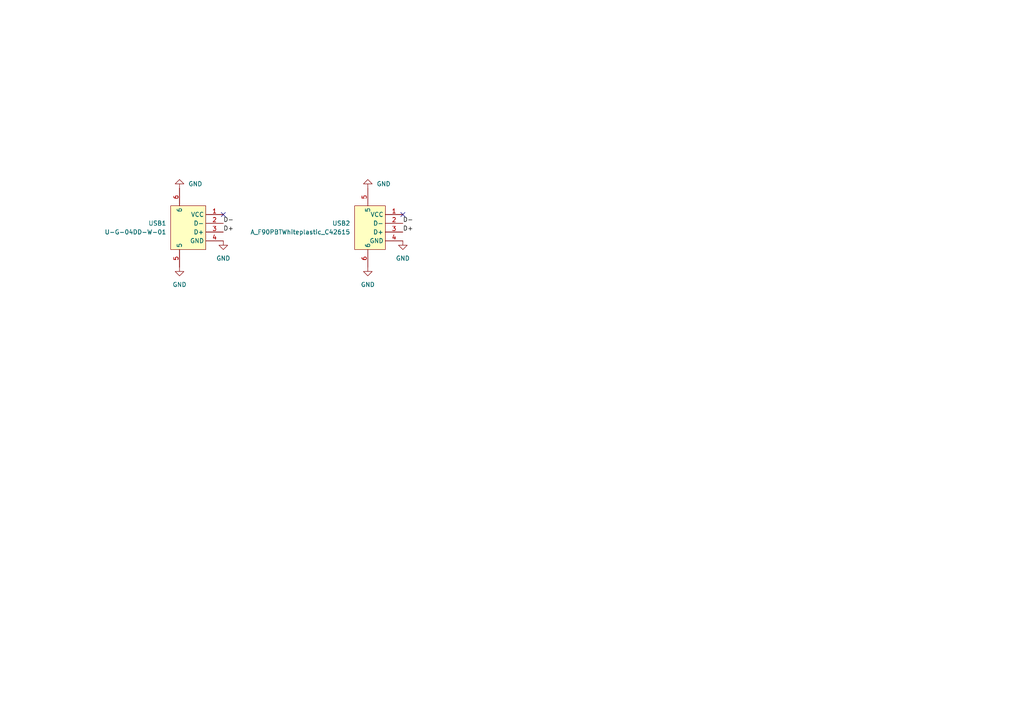
<source format=kicad_sch>
(kicad_sch (version 20211123) (generator eeschema)
  (paper "A4")
  (lib_symbols
    (symbol "lib:A_F90PBTWhiteplastic_C42615"
      (property "Reference" "USB" (at 0 16.51 0))
      (property "Value" "A/F90 PBTWhite plastic_C42615" (at 0 -16.51 0))
      (symbol "A_F90PBTWhiteplastic_C42615_0_1"
        (rectangle (start -7.62 6.35) (end 1.27 -6.35) (fill (type background)))
        (pin input line (at 6.35 3.81 180) (length 5.08) (name "VCC") (number "1"))
        (pin input line (at 6.35 1.27 180) (length 5.08) (name "D-") (number "2"))
        (pin input line (at 6.35 -1.27 180) (length 5.08) (name "D+") (number "3"))
        (pin input line (at 6.35 -3.81 180) (length 5.08) (name "GND") (number "4"))
        (pin unspecified line (at -3.81 11.43 270) (length 5.08) (name "5") (number "5"))
        (pin unspecified line (at -3.81 -11.43 90) (length 5.08) (name "6") (number "6"))
      )
    )
    (symbol "lib:U-G-04DD-W-01"
      (property "Reference" "USB" (at 0 16.51 0))
      (property "Value" "U-G-04DD-W-01" (at 0 -16.51 0))
      (symbol "U-G-04DD-W-01_0_1"
        (rectangle (start -8.89 6.35) (end 1.27 -6.35) (fill (type background)))
        (pin unspecified line (at 6.35 3.81 180) (length 5.08) (name "VCC") (number "1"))
        (pin unspecified line (at 6.35 1.27 180) (length 5.08) (name "D-") (number "2"))
        (pin unspecified line (at 6.35 -1.27 180) (length 5.08) (name "D+") (number "3"))
        (pin unspecified line (at 6.35 -3.81 180) (length 5.08) (name "GND") (number "4"))
        (pin unspecified line (at -6.35 -11.43 90) (length 5.08) (name "5") (number "5"))
        (pin unspecified line (at -6.35 11.43 270) (length 5.08) (name "6") (number "6"))
      )
    )
    (symbol "power:GND" (power) (pin_names (offset 0))
      (property "Value" "GND" (at 0 -3.81 0))
      (symbol "GND_0_1"
        (polyline (pts (xy 0 0) (xy 0 -1.27) (xy 1.27 -1.27) (xy 0 -2.54) (xy -1.27 -1.27) (xy 0 -1.27)))
      )
      (symbol "GND_1_1"
        (pin power_in line (at 0 0 270) (length 0) hide (name "GND") (number "1"))
      )
    )
  )
  (no_connect (at 116.84 62.23))
  (no_connect (at 64.77 62.23))
  (label "D+" (at 116.84 67.31 0))
  (label "D+" (at 64.77 67.31 0))
  (label "D-" (at 116.84 64.77 0))
  (label "D-" (at 64.77 64.77 0))
  (symbol (lib_id "power:GND") (at 116.84 69.85 0) (unit 1)
    (property "Reference" "#PWR0108" (effects hide))
    (property "Value" "GND" (at 116.84 74.93 0))
  )
  (symbol (lib_id "power:GND") (at 64.77 69.85 0) (unit 1)
    (property "Reference" "#PWR0101" (effects hide))
    (property "Value" "GND" (at 64.77 74.93 0))
  )
  (symbol (lib_id "power:GND") (at 52.07 77.47 0) (unit 1)
    (property "Reference" "#PWR0103" (effects hide))
    (property "Value" "GND" (at 52.07 82.55 0))
  )
  (symbol (lib_id "lib:U-G-04DD-W-01") (at 58.42 66.04 0) (unit 1)
    (property "Reference" "USB1" (at 48.26 64.7699 0) (effects (justify right)))
    (property "Value" "U-G-04DD-W-01" (at 48.26 67.3099 0) (effects (justify right)))
    (property "Footprint" "lib:USB-A-TH_U-G-04WD-W-01" (effects hide))
    (property "Datasheet" "https://lcsc.com/product-detail/USB-Connectors_USBConnector-900-Board-Iron-feet-tray_C98125.html" (effects hide))
    (property "Manufacturer" "韩国韩荣" (effects hide))
    (property "LCSC Part" "C98125" (effects hide))
  )
  (symbol (lib_id "power:GND") (at 52.07 54.61 180) (unit 1)
    (property "Reference" "#PWR0102" (effects hide))
    (property "Value" "GND" (at 54.61 53.3399 0) (effects (justify right)))
  )
  (symbol (lib_id "power:GND") (at 106.68 77.47 0) (unit 1)
    (property "Reference" "#PWR0107" (effects hide))
    (property "Value" "GND" (at 106.68 82.55 0))
  )
  (symbol (lib_id "power:GND") (at 106.68 54.61 180) (unit 1)
    (property "Reference" "#PWR0106" (effects hide))
    (property "Value" "GND" (at 109.22 53.3399 0) (effects (justify right)))
  )
  (symbol (lib_id "lib:A_F90PBTWhiteplastic_C42615") (at 110.49 66.04 0) (unit 1)
    (property "Reference" "USB2" (at 101.6 64.7699 0) (effects (justify right)))
    (property "Value" "A_F90PBTWhiteplastic_C42615" (at 101.6 67.3099 0) (effects (justify right)))
    (property "Footprint" "lib:USB-A-TH_USB-M-40" (effects hide))
    (property "Datasheet" "https://lcsc.com/product-detail/USB-Connectors_A-F90-PBTWhite-plastic-Not-high-temperature_C42615.html" (effects hide))
    (property "Manufacturer" "精拓金" (effects hide))
    (property "LCSC Part" "C42615" (effects hide))
    (property "JLC Part" "Extended Part" (effects hide))
  )
)
</source>
